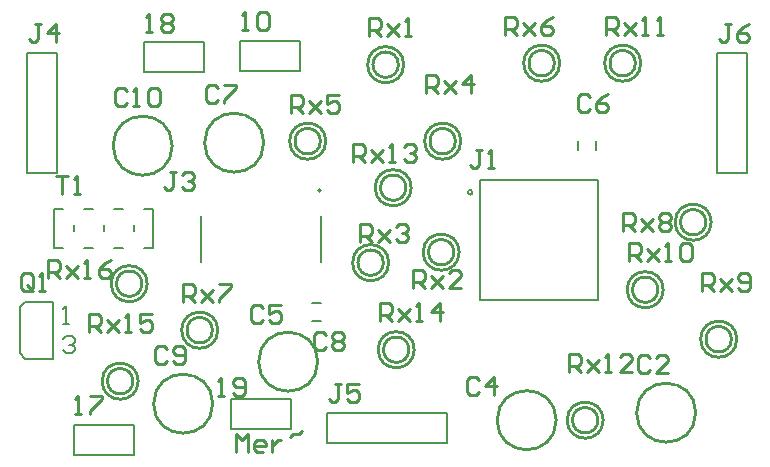
<source format=gto>
G04*
G04 #@! TF.GenerationSoftware,Altium Limited,Altium Designer,22.2.1 (43)*
G04*
G04 Layer_Color=65535*
%FSLAX25Y25*%
%MOIN*%
G70*
G04*
G04 #@! TF.SameCoordinates,22AEFC0F-6C44-4056-8772-BC97FD4EFD78*
G04*
G04*
G04 #@! TF.FilePolarity,Positive*
G04*
G01*
G75*
%ADD10C,0.00800*%
%ADD11C,0.01000*%
%ADD12C,0.00787*%
%ADD13C,0.00500*%
%ADD14C,0.00591*%
D10*
X153453Y88445D02*
G03*
X153453Y88445I-787J0D01*
G01*
D11*
X131243Y90000D02*
G03*
X131243Y90000I-4243J0D01*
G01*
X133021D02*
G03*
X133021Y90000I-6021J0D01*
G01*
X40243Y25500D02*
G03*
X40243Y25500I-4243J0D01*
G01*
X42021D02*
G03*
X42021Y25500I-6021J0D01*
G01*
X43243Y58000D02*
G03*
X43243Y58000I-4243J0D01*
G01*
X45021D02*
G03*
X45021Y58000I-6021J0D01*
G01*
X231243Y78500D02*
G03*
X231243Y78500I-4243J0D01*
G01*
X233021D02*
G03*
X233021Y78500I-6021J0D01*
G01*
X181342Y12500D02*
G03*
X181342Y12500I-9843J0D01*
G01*
X123743Y65000D02*
G03*
X123743Y65000I-4243J0D01*
G01*
X125521D02*
G03*
X125521Y65000I-6021J0D01*
G01*
X101842Y32000D02*
G03*
X101842Y32000I-9843J0D01*
G01*
X147243Y68500D02*
G03*
X147243Y68500I-4243J0D01*
G01*
X149021D02*
G03*
X149021Y68500I-6021J0D01*
G01*
X128743Y131000D02*
G03*
X128743Y131000I-4243J0D01*
G01*
X130521D02*
G03*
X130521Y131000I-6021J0D01*
G01*
X147743Y105500D02*
G03*
X147743Y105500I-4243J0D01*
G01*
X149521D02*
G03*
X149521Y105500I-6021J0D01*
G01*
X102743D02*
G03*
X102743Y105500I-4243J0D01*
G01*
X104521D02*
G03*
X104521Y105500I-6021J0D01*
G01*
X180743Y131500D02*
G03*
X180743Y131500I-4243J0D01*
G01*
X182521D02*
G03*
X182521Y131500I-6021J0D01*
G01*
X227842Y15000D02*
G03*
X227842Y15000I-9843J0D01*
G01*
X66743Y42500D02*
G03*
X66743Y42500I-4243J0D01*
G01*
X68521D02*
G03*
X68521Y42500I-6021J0D01*
G01*
X239743Y39500D02*
G03*
X239743Y39500I-4243J0D01*
G01*
X241521D02*
G03*
X241521Y39500I-6021J0D01*
G01*
X207743Y131500D02*
G03*
X207743Y131500I-4243J0D01*
G01*
X209521D02*
G03*
X209521Y131500I-6021J0D01*
G01*
X215243Y56000D02*
G03*
X215243Y56000I-4243J0D01*
G01*
X217021D02*
G03*
X217021Y56000I-6021J0D01*
G01*
X195243Y12500D02*
G03*
X195243Y12500I-4243J0D01*
G01*
X197021D02*
G03*
X197021Y12500I-6021J0D01*
G01*
X132243Y36000D02*
G03*
X132243Y36000I-4243J0D01*
G01*
X134021D02*
G03*
X134021Y36000I-6021J0D01*
G01*
X53342Y104000D02*
G03*
X53342Y104000I-9843J0D01*
G01*
X66843Y18000D02*
G03*
X66843Y18000I-9843J0D01*
G01*
X83842Y105000D02*
G03*
X83842Y105000I-9843J0D01*
G01*
X74500Y2000D02*
Y7998D01*
X76499Y5999D01*
X78499Y7998D01*
Y2000D01*
X83497D02*
X81498D01*
X80498Y3000D01*
Y4999D01*
X81498Y5999D01*
X83497D01*
X84497Y4999D01*
Y3999D01*
X80498D01*
X86496Y5999D02*
Y2000D01*
Y3999D01*
X87496Y4999D01*
X88495Y5999D01*
X89495D01*
X92494Y6998D02*
X93494Y7998D01*
X95493D01*
X96493Y8998D01*
X14700Y93898D02*
X18699D01*
X16699D01*
Y87900D01*
X20698D02*
X22697D01*
X21698D01*
Y93898D01*
X20698Y92898D01*
X12003Y60001D02*
Y65999D01*
X15002D01*
X16002Y64999D01*
Y63000D01*
X15002Y62000D01*
X12003D01*
X14003D02*
X16002Y60001D01*
X18001Y64000D02*
X22000Y60001D01*
X20001Y62000D01*
X22000Y64000D01*
X18001Y60001D01*
X24000D02*
X25999D01*
X24999D01*
Y65999D01*
X24000Y64999D01*
X32997Y65999D02*
X30997Y64999D01*
X28998Y63000D01*
Y61001D01*
X29998Y60001D01*
X31997D01*
X32997Y61001D01*
Y62000D01*
X31997Y63000D01*
X28998D01*
X25503Y42001D02*
Y47999D01*
X28502D01*
X29502Y46999D01*
Y45000D01*
X28502Y44000D01*
X25503D01*
X27503D02*
X29502Y42001D01*
X31501Y46000D02*
X35500Y42001D01*
X33501Y44000D01*
X35500Y46000D01*
X31501Y42001D01*
X37499D02*
X39499D01*
X38499D01*
Y47999D01*
X37499Y46999D01*
X46497Y47999D02*
X42498D01*
Y45000D01*
X44497Y46000D01*
X45497D01*
X46497Y45000D01*
Y43001D01*
X45497Y42001D01*
X43498D01*
X42498Y43001D01*
X122500Y45500D02*
Y51498D01*
X125499D01*
X126499Y50498D01*
Y48499D01*
X125499Y47499D01*
X122500D01*
X124499D02*
X126499Y45500D01*
X128498Y49499D02*
X132497Y45500D01*
X130497Y47499D01*
X132497Y49499D01*
X128498Y45500D01*
X134496D02*
X136495D01*
X135496D01*
Y51498D01*
X134496Y50498D01*
X142493Y45500D02*
Y51498D01*
X139495Y48499D01*
X143493D01*
X113503Y98501D02*
Y104499D01*
X116502D01*
X117502Y103499D01*
Y101500D01*
X116502Y100500D01*
X113503D01*
X115503D02*
X117502Y98501D01*
X119501Y102500D02*
X123500Y98501D01*
X121501Y100500D01*
X123500Y102500D01*
X119501Y98501D01*
X125499D02*
X127499D01*
X126499D01*
Y104499D01*
X125499Y103499D01*
X130498D02*
X131498Y104499D01*
X133497D01*
X134497Y103499D01*
Y102500D01*
X133497Y101500D01*
X132497D01*
X133497D01*
X134497Y100500D01*
Y99501D01*
X133497Y98501D01*
X131498D01*
X130498Y99501D01*
X185500Y28700D02*
Y34698D01*
X188499D01*
X189499Y33698D01*
Y31699D01*
X188499Y30699D01*
X185500D01*
X187499D02*
X189499Y28700D01*
X191498Y32699D02*
X195497Y28700D01*
X193497Y30699D01*
X195497Y32699D01*
X191498Y28700D01*
X197496D02*
X199495D01*
X198496D01*
Y34698D01*
X197496Y33698D01*
X206493Y28700D02*
X202495D01*
X206493Y32699D01*
Y33698D01*
X205493Y34698D01*
X203494D01*
X202495Y33698D01*
X198000Y141000D02*
Y146998D01*
X200999D01*
X201999Y145998D01*
Y143999D01*
X200999Y142999D01*
X198000D01*
X199999D02*
X201999Y141000D01*
X203998Y144999D02*
X207997Y141000D01*
X205997Y142999D01*
X207997Y144999D01*
X203998Y141000D01*
X209996D02*
X211996D01*
X210996D01*
Y146998D01*
X209996Y145998D01*
X214995Y141000D02*
X216994D01*
X215994D01*
Y146998D01*
X214995Y145998D01*
X205500Y65500D02*
Y71498D01*
X208499D01*
X209499Y70498D01*
Y68499D01*
X208499Y67499D01*
X205500D01*
X207499D02*
X209499Y65500D01*
X211498Y69499D02*
X215497Y65500D01*
X213497Y67499D01*
X215497Y69499D01*
X211498Y65500D01*
X217496D02*
X219496D01*
X218496D01*
Y71498D01*
X217496Y70498D01*
X222495D02*
X223494Y71498D01*
X225494D01*
X226493Y70498D01*
Y66500D01*
X225494Y65500D01*
X223494D01*
X222495Y66500D01*
Y70498D01*
X230000Y55700D02*
Y61698D01*
X232999D01*
X233999Y60698D01*
Y58699D01*
X232999Y57699D01*
X230000D01*
X231999D02*
X233999Y55700D01*
X235998Y59699D02*
X239997Y55700D01*
X237997Y57699D01*
X239997Y59699D01*
X235998Y55700D01*
X241996Y56700D02*
X242996Y55700D01*
X244995D01*
X245995Y56700D01*
Y60698D01*
X244995Y61698D01*
X242996D01*
X241996Y60698D01*
Y59699D01*
X242996Y58699D01*
X245995D01*
X203503Y75501D02*
Y81499D01*
X206502D01*
X207501Y80499D01*
Y78500D01*
X206502Y77500D01*
X203503D01*
X205502D02*
X207501Y75501D01*
X209501Y79500D02*
X213499Y75501D01*
X211500Y77500D01*
X213499Y79500D01*
X209501Y75501D01*
X215499Y80499D02*
X216498Y81499D01*
X218498D01*
X219497Y80499D01*
Y79500D01*
X218498Y78500D01*
X219497Y77500D01*
Y76501D01*
X218498Y75501D01*
X216498D01*
X215499Y76501D01*
Y77500D01*
X216498Y78500D01*
X215499Y79500D01*
Y80499D01*
X216498Y78500D02*
X218498D01*
X57000Y52000D02*
Y57998D01*
X59999D01*
X60999Y56998D01*
Y54999D01*
X59999Y53999D01*
X57000D01*
X58999D02*
X60999Y52000D01*
X62998Y55999D02*
X66997Y52000D01*
X64997Y53999D01*
X66997Y55999D01*
X62998Y52000D01*
X68996Y57998D02*
X72995D01*
Y56998D01*
X68996Y53000D01*
Y52000D01*
X164300Y141000D02*
Y146998D01*
X167299D01*
X168299Y145998D01*
Y143999D01*
X167299Y142999D01*
X164300D01*
X166299D02*
X168299Y141000D01*
X170298Y144999D02*
X174297Y141000D01*
X172297Y142999D01*
X174297Y144999D01*
X170298Y141000D01*
X180295Y146998D02*
X178296Y145998D01*
X176296Y143999D01*
Y142000D01*
X177296Y141000D01*
X179295D01*
X180295Y142000D01*
Y142999D01*
X179295Y143999D01*
X176296D01*
X93000Y115000D02*
Y120998D01*
X95999D01*
X96999Y119998D01*
Y117999D01*
X95999Y116999D01*
X93000D01*
X94999D02*
X96999Y115000D01*
X98998Y118999D02*
X102997Y115000D01*
X100997Y116999D01*
X102997Y118999D01*
X98998Y115000D01*
X108995Y120998D02*
X104996D01*
Y117999D01*
X106995Y118999D01*
X107995D01*
X108995Y117999D01*
Y116000D01*
X107995Y115000D01*
X105996D01*
X104996Y116000D01*
X138000Y121700D02*
Y127698D01*
X140999D01*
X141999Y126698D01*
Y124699D01*
X140999Y123699D01*
X138000D01*
X139999D02*
X141999Y121700D01*
X143998Y125699D02*
X147997Y121700D01*
X145997Y123699D01*
X147997Y125699D01*
X143998Y121700D01*
X152995D02*
Y127698D01*
X149996Y124699D01*
X153995D01*
X116003Y72001D02*
Y77999D01*
X119002D01*
X120001Y76999D01*
Y75000D01*
X119002Y74000D01*
X116003D01*
X118002D02*
X120001Y72001D01*
X122001Y76000D02*
X125999Y72001D01*
X124000Y74000D01*
X125999Y76000D01*
X122001Y72001D01*
X127999Y76999D02*
X128998Y77999D01*
X130998D01*
X131997Y76999D01*
Y76000D01*
X130998Y75000D01*
X129998D01*
X130998D01*
X131997Y74000D01*
Y73001D01*
X130998Y72001D01*
X128998D01*
X127999Y73001D01*
X133503Y56501D02*
Y62499D01*
X136502D01*
X137501Y61499D01*
Y59500D01*
X136502Y58500D01*
X133503D01*
X135502D02*
X137501Y56501D01*
X139501Y60500D02*
X143499Y56501D01*
X141500Y58500D01*
X143499Y60500D01*
X139501Y56501D01*
X149497D02*
X145499D01*
X149497Y60500D01*
Y61499D01*
X148498Y62499D01*
X146498D01*
X145499Y61499D01*
X119000Y140500D02*
Y146498D01*
X121999D01*
X122999Y145498D01*
Y143499D01*
X121999Y142499D01*
X119000D01*
X120999D02*
X122999Y140500D01*
X124998Y144499D02*
X128997Y140500D01*
X126997Y142499D01*
X128997Y144499D01*
X124998Y140500D01*
X130996D02*
X132995D01*
X131996D01*
Y146498D01*
X130996Y145498D01*
X7099Y56400D02*
Y60398D01*
X6099Y61398D01*
X4100D01*
X3100Y60398D01*
Y56400D01*
X4100Y55400D01*
X6099D01*
X5099Y57399D02*
X7099Y55400D01*
X6099D02*
X7099Y56400D01*
X9098Y55400D02*
X11097D01*
X10098D01*
Y61398D01*
X9098Y60398D01*
X239599Y144398D02*
X237599D01*
X238599D01*
Y139400D01*
X237599Y138400D01*
X236600D01*
X235600Y139400D01*
X245597Y144398D02*
X243597Y143398D01*
X241598Y141399D01*
Y139400D01*
X242598Y138400D01*
X244597D01*
X245597Y139400D01*
Y140399D01*
X244597Y141399D01*
X241598D01*
X109599Y24398D02*
X107599D01*
X108599D01*
Y19400D01*
X107599Y18400D01*
X106600D01*
X105600Y19400D01*
X115597Y24398D02*
X111598D01*
Y21399D01*
X113597Y22399D01*
X114597D01*
X115597Y21399D01*
Y19400D01*
X114597Y18400D01*
X112598D01*
X111598Y19400D01*
X9599Y144398D02*
X7599D01*
X8599D01*
Y139400D01*
X7599Y138400D01*
X6600D01*
X5600Y139400D01*
X14597Y138400D02*
Y144398D01*
X11598Y141399D01*
X15597D01*
X54500Y95255D02*
X52501D01*
X53501D01*
Y90257D01*
X52501Y89257D01*
X51501D01*
X50502Y90257D01*
X56500Y94255D02*
X57499Y95255D01*
X59499D01*
X60498Y94255D01*
Y93256D01*
X59499Y92256D01*
X58499D01*
X59499D01*
X60498Y91256D01*
Y90257D01*
X59499Y89257D01*
X57499D01*
X56500Y90257D01*
X156499Y102598D02*
X154499D01*
X155499D01*
Y97600D01*
X154499Y96600D01*
X153500D01*
X152500Y97600D01*
X158498Y96600D02*
X160497D01*
X159498D01*
Y102598D01*
X158498Y101598D01*
X38199Y122298D02*
X37199Y123298D01*
X35200D01*
X34200Y122298D01*
Y118300D01*
X35200Y117300D01*
X37199D01*
X38199Y118300D01*
X40198Y117300D02*
X42197D01*
X41198D01*
Y123298D01*
X40198Y122298D01*
X45196D02*
X46196Y123298D01*
X48195D01*
X49195Y122298D01*
Y118300D01*
X48195Y117300D01*
X46196D01*
X45196Y118300D01*
Y122298D01*
X51699Y36298D02*
X50699Y37298D01*
X48700D01*
X47700Y36298D01*
Y32300D01*
X48700Y31300D01*
X50699D01*
X51699Y32300D01*
X53698D02*
X54698Y31300D01*
X56697D01*
X57697Y32300D01*
Y36298D01*
X56697Y37298D01*
X54698D01*
X53698Y36298D01*
Y35299D01*
X54698Y34299D01*
X57697D01*
X104500Y40999D02*
X103501Y41999D01*
X101501D01*
X100502Y40999D01*
Y37001D01*
X101501Y36001D01*
X103501D01*
X104500Y37001D01*
X106500Y40999D02*
X107499Y41999D01*
X109499D01*
X110498Y40999D01*
Y40000D01*
X109499Y39000D01*
X110498Y38000D01*
Y37001D01*
X109499Y36001D01*
X107499D01*
X106500Y37001D01*
Y38000D01*
X107499Y39000D01*
X106500Y40000D01*
Y40999D01*
X107499Y39000D02*
X109499D01*
X68699Y123298D02*
X67699Y124298D01*
X65700D01*
X64700Y123298D01*
Y119300D01*
X65700Y118300D01*
X67699D01*
X68699Y119300D01*
X70698Y124298D02*
X74697D01*
Y123298D01*
X70698Y119300D01*
Y118300D01*
X192599Y120098D02*
X191599Y121098D01*
X189600D01*
X188600Y120098D01*
Y116100D01*
X189600Y115100D01*
X191599D01*
X192599Y116100D01*
X198597Y121098D02*
X196597Y120098D01*
X194598Y118099D01*
Y116100D01*
X195598Y115100D01*
X197597D01*
X198597Y116100D01*
Y117099D01*
X197597Y118099D01*
X194598D01*
X83500Y49999D02*
X82501Y50999D01*
X80501D01*
X79502Y49999D01*
Y46001D01*
X80501Y45001D01*
X82501D01*
X83500Y46001D01*
X89498Y50999D02*
X85500D01*
Y48000D01*
X87499Y49000D01*
X88499D01*
X89498Y48000D01*
Y46001D01*
X88499Y45001D01*
X86499D01*
X85500Y46001D01*
X155500Y25999D02*
X154501Y26999D01*
X152501D01*
X151502Y25999D01*
Y22001D01*
X152501Y21001D01*
X154501D01*
X155500Y22001D01*
X160499Y21001D02*
Y26999D01*
X157500Y24000D01*
X161498D01*
X212699Y33298D02*
X211699Y34298D01*
X209700D01*
X208700Y33298D01*
Y29300D01*
X209700Y28300D01*
X211699D01*
X212699Y29300D01*
X218697Y28300D02*
X214698D01*
X218697Y32299D01*
Y33298D01*
X217697Y34298D01*
X215698D01*
X214698Y33298D01*
X68502Y20501D02*
X70501D01*
X69501D01*
Y26499D01*
X68502Y25499D01*
X73500Y21501D02*
X74499Y20501D01*
X76499D01*
X77499Y21501D01*
Y25499D01*
X76499Y26499D01*
X74499D01*
X73500Y25499D01*
Y24500D01*
X74499Y23500D01*
X77499D01*
X44600Y141900D02*
X46599D01*
X45600D01*
Y147898D01*
X44600Y146898D01*
X49598D02*
X50598Y147898D01*
X52597D01*
X53597Y146898D01*
Y145899D01*
X52597Y144899D01*
X53597Y143899D01*
Y142900D01*
X52597Y141900D01*
X50598D01*
X49598Y142900D01*
Y143899D01*
X50598Y144899D01*
X49598Y145899D01*
Y146898D01*
X50598Y144899D02*
X52597D01*
X21100Y14400D02*
X23099D01*
X22100D01*
Y20398D01*
X21100Y19398D01*
X26098Y20398D02*
X30097D01*
Y19398D01*
X26098Y15400D01*
Y14400D01*
X76600Y142400D02*
X78599D01*
X77600D01*
Y148398D01*
X76600Y147398D01*
X81598D02*
X82598Y148398D01*
X84597D01*
X85597Y147398D01*
Y143400D01*
X84597Y142400D01*
X82598D01*
X81598Y143400D01*
Y147398D01*
D12*
X102862Y89075D02*
G03*
X102862Y89075I-394J0D01*
G01*
X99925Y51453D02*
X103075D01*
X99925Y45547D02*
X103075D01*
X93000Y9500D02*
Y19500D01*
X73000Y9500D02*
X93000D01*
X73000D02*
Y19500D01*
X93000D01*
X235000Y95000D02*
X245000D01*
X235000D02*
Y135000D01*
X245000Y95000D02*
Y135000D01*
X235000D02*
X245000D01*
X5000Y95000D02*
X15000D01*
X5000D02*
Y135000D01*
X15000Y95000D02*
Y135000D01*
X5000D02*
X15000D01*
X188547Y102425D02*
Y105575D01*
X194453Y102425D02*
Y105575D01*
X145000Y5000D02*
Y15000D01*
X105000Y5000D02*
X145000D01*
X105000Y15000D02*
X145000D01*
X105000Y5000D02*
Y15000D01*
X2449Y34744D02*
X4181Y33012D01*
X2449Y50256D02*
X4181Y51988D01*
Y51949D02*
X13551D01*
X4181Y33051D02*
X13551D01*
X2449Y34744D02*
Y50256D01*
X13551Y33051D02*
Y51949D01*
X76000Y129000D02*
Y139000D01*
X96000D01*
Y129000D02*
Y139000D01*
X76000Y129000D02*
X96000D01*
X40500Y1000D02*
Y11000D01*
X20500Y1000D02*
X40500D01*
X20500D02*
Y11000D01*
X40500D01*
X64000Y128500D02*
Y138500D01*
X44000Y128500D02*
X64000D01*
X44000D02*
Y138500D01*
X64000D01*
D13*
X155815Y52500D02*
Y92500D01*
Y52500D02*
X195185D01*
Y92500D01*
X155815D02*
X195185D01*
X102941Y65079D02*
Y80433D01*
X63059Y65079D02*
Y80433D01*
X30500Y75500D02*
Y77500D01*
X20500Y75500D02*
Y77500D01*
X40500Y75500D02*
Y77500D01*
X44000Y83000D02*
X47000D01*
Y70000D02*
Y83000D01*
X44000Y70000D02*
X47000D01*
X34000D02*
X37000D01*
X24000D02*
X27000D01*
X14000D02*
X17000D01*
X14000D02*
Y83000D01*
X17000D01*
X34000D02*
X37000D01*
X24000D02*
X27000D01*
D14*
X16957Y44685D02*
X18925D01*
X17941D01*
Y50589D01*
X16957Y49605D01*
Y39691D02*
X17941Y40675D01*
X19908D01*
X20892Y39691D01*
Y38707D01*
X19908Y37723D01*
X18925D01*
X19908D01*
X20892Y36740D01*
Y35756D01*
X19908Y34772D01*
X17941D01*
X16957Y35756D01*
M02*

</source>
